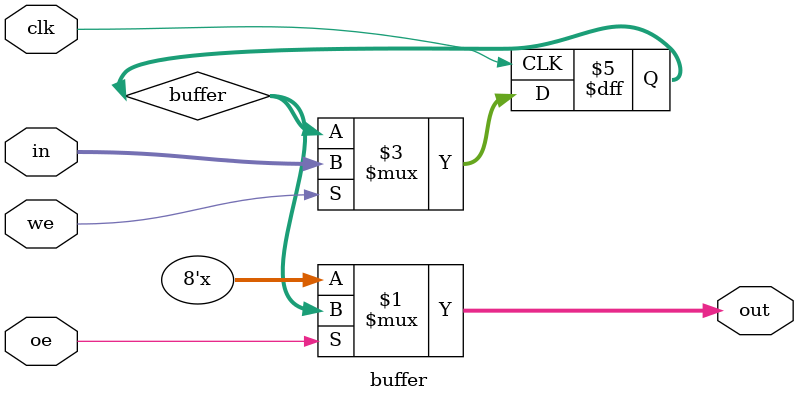
<source format=v>
module buffer(
  input  wire 		clk,		// clock
  input  wire[7:0]	in,		// input
  input  wire 		oe,		// output enable
  input  wire 		we,		// write enable
  output wire[7:0] 	out		// output
);

  reg[7:0] buffer;

  assign out = (oe) ? buffer : 8'bz;

  always @(posedge clk)
    if (we)
      buffer <= in;
endmodule

</source>
